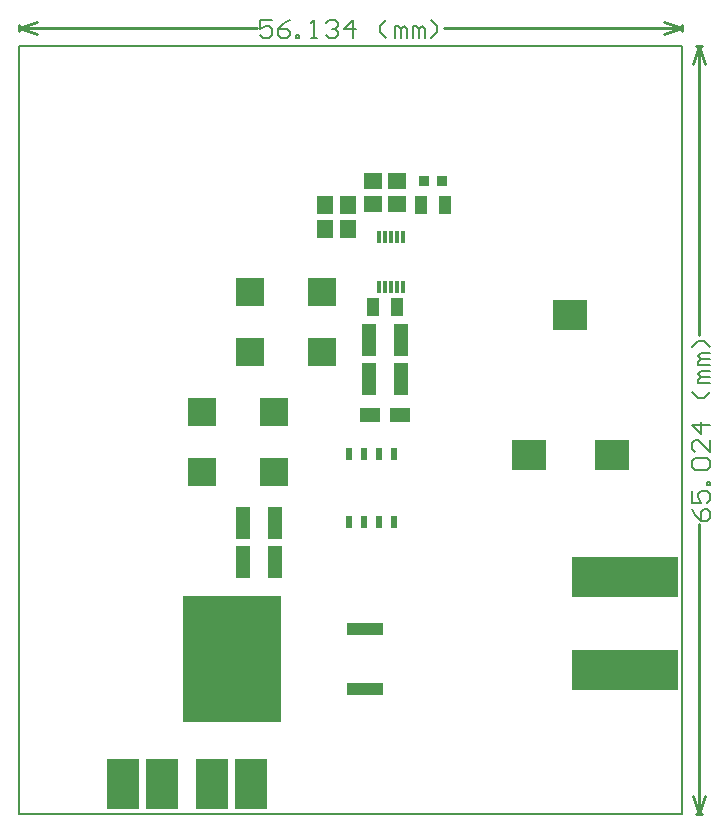
<source format=gtp>
G04 Layer_Color=8421504*
%FSLAX44Y44*%
%MOMM*%
G71*
G01*
G75*
%ADD10C,0.1270*%
%ADD11C,0.2540*%
%ADD12C,0.1524*%
%ADD13R,9.0000X3.5000*%
%ADD14R,8.3800X10.6600*%
%ADD15R,3.1000X1.1000*%
%ADD16R,1.2200X2.7200*%
%ADD17R,2.4500X2.4500*%
%ADD18R,0.5100X1.0000*%
%ADD19R,1.7000X1.3000*%
%ADD20R,1.0160X1.5240*%
%ADD21R,0.3000X1.0000*%
%ADD22R,3.0000X2.6500*%
%ADD23R,1.4000X1.5000*%
%ADD24R,1.5000X1.4000*%
%ADD25R,0.8500X0.8500*%
%ADD26R,2.7000X4.2000*%
D10*
X312420Y370840D02*
Y1021080D01*
Y370840D02*
X873760D01*
Y1021080D01*
X312420D02*
X873760D01*
D11*
X888365Y370840D02*
Y615721D01*
Y776199D02*
Y1021080D01*
X883285Y386080D02*
X888365Y370840D01*
X893445Y386080D01*
X883285Y1005840D02*
X888365Y1021080D01*
X893445Y1005840D01*
X885825Y370840D02*
X890905D01*
X885825Y1021080D02*
X890905D01*
X312420Y1036320D02*
X514120D01*
X672060D02*
X873760D01*
X312420D02*
X327660Y1041400D01*
X312420Y1036320D02*
X327660Y1031240D01*
X858520Y1041400D02*
X873760Y1036320D01*
X858520Y1031240D02*
X873760Y1036320D01*
X312420Y1033780D02*
Y1038860D01*
X873760Y1033780D02*
Y1038860D01*
D12*
X882271Y628417D02*
X884811Y623339D01*
X889889Y618261D01*
X894967D01*
X897506Y620800D01*
Y625878D01*
X894967Y628417D01*
X892428D01*
X889889Y625878D01*
Y618261D01*
X882271Y643652D02*
Y633496D01*
X889889D01*
X887350Y638574D01*
Y641113D01*
X889889Y643652D01*
X894967D01*
X897506Y641113D01*
Y636035D01*
X894967Y633496D01*
X897506Y648731D02*
X894967D01*
Y651270D01*
X897506D01*
Y648731D01*
X884811Y661427D02*
X882271Y663966D01*
Y669044D01*
X884811Y671583D01*
X894967D01*
X897506Y669044D01*
Y663966D01*
X894967Y661427D01*
X884811D01*
X897506Y686818D02*
Y676662D01*
X887350Y686818D01*
X884811D01*
X882271Y684279D01*
Y679201D01*
X884811Y676662D01*
X897506Y699514D02*
X882271D01*
X889889Y691897D01*
Y702054D01*
X897506Y727445D02*
X892428Y722367D01*
X887350D01*
X882271Y727445D01*
X897506Y735063D02*
X887350D01*
Y737602D01*
X889889Y740141D01*
X897506D01*
X889889D01*
X887350Y742680D01*
X889889Y745220D01*
X897506D01*
Y750298D02*
X887350D01*
Y752837D01*
X889889Y755376D01*
X897506D01*
X889889D01*
X887350Y757915D01*
X889889Y760455D01*
X897506D01*
Y765533D02*
X892428Y770611D01*
X887350D01*
X882271Y765533D01*
X526817Y1042413D02*
X516660D01*
Y1034796D01*
X521739Y1037335D01*
X524278D01*
X526817Y1034796D01*
Y1029718D01*
X524278Y1027178D01*
X519199D01*
X516660Y1029718D01*
X542052Y1042413D02*
X536974Y1039874D01*
X531895Y1034796D01*
Y1029718D01*
X534435Y1027178D01*
X539513D01*
X542052Y1029718D01*
Y1032257D01*
X539513Y1034796D01*
X531895D01*
X547130Y1027178D02*
Y1029718D01*
X549670D01*
Y1027178D01*
X547130D01*
X559826D02*
X564905D01*
X562365D01*
Y1042413D01*
X559826Y1039874D01*
X572522D02*
X575061Y1042413D01*
X580140D01*
X582679Y1039874D01*
Y1037335D01*
X580140Y1034796D01*
X577601D01*
X580140D01*
X582679Y1032257D01*
Y1029718D01*
X580140Y1027178D01*
X575061D01*
X572522Y1029718D01*
X595375Y1027178D02*
Y1042413D01*
X587757Y1034796D01*
X597914D01*
X623306Y1027178D02*
X618227Y1032257D01*
Y1037335D01*
X623306Y1042413D01*
X630923Y1027178D02*
Y1037335D01*
X633462D01*
X636002Y1034796D01*
Y1027178D01*
Y1034796D01*
X638541Y1037335D01*
X641080Y1034796D01*
Y1027178D01*
X646158D02*
Y1037335D01*
X648698D01*
X651237Y1034796D01*
Y1027178D01*
Y1034796D01*
X653776Y1037335D01*
X656315Y1034796D01*
Y1027178D01*
X661393D02*
X666472Y1032257D01*
Y1037335D01*
X661393Y1042413D01*
D13*
X825500Y571500D02*
D03*
Y492760D02*
D03*
D14*
X492740Y501650D02*
D03*
D15*
X605540Y527050D02*
D03*
Y476250D02*
D03*
D16*
X502120Y584200D02*
D03*
X529120D02*
D03*
X502120Y617220D02*
D03*
X529120D02*
D03*
X635800Y739140D02*
D03*
X608800D02*
D03*
X635800Y772160D02*
D03*
X608800D02*
D03*
D17*
X528090Y660400D02*
D03*
X467590D02*
D03*
X528090Y711200D02*
D03*
X467590D02*
D03*
X568730Y762000D02*
D03*
X508230D02*
D03*
X568730Y812800D02*
D03*
X508230D02*
D03*
D18*
X591820Y617730D02*
D03*
X604520D02*
D03*
X617220D02*
D03*
X629920D02*
D03*
X591820Y675130D02*
D03*
X604520D02*
D03*
X617220D02*
D03*
X629920D02*
D03*
D19*
X609600Y708660D02*
D03*
X635000D02*
D03*
D20*
X612140Y800100D02*
D03*
X632460D02*
D03*
X673100Y886460D02*
D03*
X652780D02*
D03*
D21*
X637380Y859350D02*
D03*
X632380D02*
D03*
X627380D02*
D03*
X622380D02*
D03*
X617380D02*
D03*
X637380Y817050D02*
D03*
X632380D02*
D03*
X627380D02*
D03*
X622380D02*
D03*
X617380D02*
D03*
D22*
X744220Y674370D02*
D03*
X814220D02*
D03*
X779220Y793370D02*
D03*
D23*
X591500Y866140D02*
D03*
X571500D02*
D03*
X591500Y886460D02*
D03*
X571500D02*
D03*
D24*
X612140Y886780D02*
D03*
Y906780D02*
D03*
X632460Y886780D02*
D03*
Y906780D02*
D03*
D25*
X655190D02*
D03*
X670690D02*
D03*
D26*
X400685Y395605D02*
D03*
X433705D02*
D03*
X475615Y395600D02*
D03*
X508635Y395605D02*
D03*
M02*

</source>
